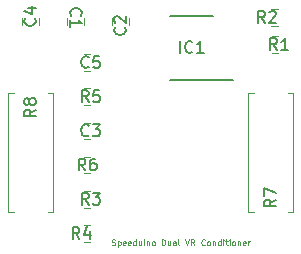
<source format=gbr>
%TF.GenerationSoftware,KiCad,Pcbnew,(5.1.6)-1*%
%TF.CreationDate,2020-07-16T10:06:32+01:00*%
%TF.ProjectId,Jag_Speedy_VRConditioner,4a61675f-5370-4656-9564-795f5652436f,rev?*%
%TF.SameCoordinates,Original*%
%TF.FileFunction,Legend,Top*%
%TF.FilePolarity,Positive*%
%FSLAX46Y46*%
G04 Gerber Fmt 4.6, Leading zero omitted, Abs format (unit mm)*
G04 Created by KiCad (PCBNEW (5.1.6)-1) date 2020-07-16 10:06:32*
%MOMM*%
%LPD*%
G01*
G04 APERTURE LIST*
%ADD10C,0.125000*%
%ADD11C,0.120000*%
%ADD12C,0.150000*%
G04 APERTURE END LIST*
D10*
X141498571Y-99262380D02*
X141570000Y-99286190D01*
X141689047Y-99286190D01*
X141736666Y-99262380D01*
X141760476Y-99238571D01*
X141784285Y-99190952D01*
X141784285Y-99143333D01*
X141760476Y-99095714D01*
X141736666Y-99071904D01*
X141689047Y-99048095D01*
X141593809Y-99024285D01*
X141546190Y-99000476D01*
X141522380Y-98976666D01*
X141498571Y-98929047D01*
X141498571Y-98881428D01*
X141522380Y-98833809D01*
X141546190Y-98810000D01*
X141593809Y-98786190D01*
X141712857Y-98786190D01*
X141784285Y-98810000D01*
X141998571Y-98952857D02*
X141998571Y-99452857D01*
X141998571Y-98976666D02*
X142046190Y-98952857D01*
X142141428Y-98952857D01*
X142189047Y-98976666D01*
X142212857Y-99000476D01*
X142236666Y-99048095D01*
X142236666Y-99190952D01*
X142212857Y-99238571D01*
X142189047Y-99262380D01*
X142141428Y-99286190D01*
X142046190Y-99286190D01*
X141998571Y-99262380D01*
X142641428Y-99262380D02*
X142593809Y-99286190D01*
X142498571Y-99286190D01*
X142450952Y-99262380D01*
X142427142Y-99214761D01*
X142427142Y-99024285D01*
X142450952Y-98976666D01*
X142498571Y-98952857D01*
X142593809Y-98952857D01*
X142641428Y-98976666D01*
X142665238Y-99024285D01*
X142665238Y-99071904D01*
X142427142Y-99119523D01*
X143070000Y-99262380D02*
X143022380Y-99286190D01*
X142927142Y-99286190D01*
X142879523Y-99262380D01*
X142855714Y-99214761D01*
X142855714Y-99024285D01*
X142879523Y-98976666D01*
X142927142Y-98952857D01*
X143022380Y-98952857D01*
X143070000Y-98976666D01*
X143093809Y-99024285D01*
X143093809Y-99071904D01*
X142855714Y-99119523D01*
X143522380Y-99286190D02*
X143522380Y-98786190D01*
X143522380Y-99262380D02*
X143474761Y-99286190D01*
X143379523Y-99286190D01*
X143331904Y-99262380D01*
X143308095Y-99238571D01*
X143284285Y-99190952D01*
X143284285Y-99048095D01*
X143308095Y-99000476D01*
X143331904Y-98976666D01*
X143379523Y-98952857D01*
X143474761Y-98952857D01*
X143522380Y-98976666D01*
X143974761Y-98952857D02*
X143974761Y-99286190D01*
X143760476Y-98952857D02*
X143760476Y-99214761D01*
X143784285Y-99262380D01*
X143831904Y-99286190D01*
X143903333Y-99286190D01*
X143950952Y-99262380D01*
X143974761Y-99238571D01*
X144212857Y-99286190D02*
X144212857Y-98952857D01*
X144212857Y-98786190D02*
X144189047Y-98810000D01*
X144212857Y-98833809D01*
X144236666Y-98810000D01*
X144212857Y-98786190D01*
X144212857Y-98833809D01*
X144450952Y-98952857D02*
X144450952Y-99286190D01*
X144450952Y-99000476D02*
X144474761Y-98976666D01*
X144522380Y-98952857D01*
X144593809Y-98952857D01*
X144641428Y-98976666D01*
X144665238Y-99024285D01*
X144665238Y-99286190D01*
X144974761Y-99286190D02*
X144927142Y-99262380D01*
X144903333Y-99238571D01*
X144879523Y-99190952D01*
X144879523Y-99048095D01*
X144903333Y-99000476D01*
X144927142Y-98976666D01*
X144974761Y-98952857D01*
X145046190Y-98952857D01*
X145093809Y-98976666D01*
X145117619Y-99000476D01*
X145141428Y-99048095D01*
X145141428Y-99190952D01*
X145117619Y-99238571D01*
X145093809Y-99262380D01*
X145046190Y-99286190D01*
X144974761Y-99286190D01*
X145736666Y-99286190D02*
X145736666Y-98786190D01*
X145855714Y-98786190D01*
X145927142Y-98810000D01*
X145974761Y-98857619D01*
X145998571Y-98905238D01*
X146022380Y-99000476D01*
X146022380Y-99071904D01*
X145998571Y-99167142D01*
X145974761Y-99214761D01*
X145927142Y-99262380D01*
X145855714Y-99286190D01*
X145736666Y-99286190D01*
X146450952Y-98952857D02*
X146450952Y-99286190D01*
X146236666Y-98952857D02*
X146236666Y-99214761D01*
X146260476Y-99262380D01*
X146308095Y-99286190D01*
X146379523Y-99286190D01*
X146427142Y-99262380D01*
X146450952Y-99238571D01*
X146903333Y-99286190D02*
X146903333Y-99024285D01*
X146879523Y-98976666D01*
X146831904Y-98952857D01*
X146736666Y-98952857D01*
X146689047Y-98976666D01*
X146903333Y-99262380D02*
X146855714Y-99286190D01*
X146736666Y-99286190D01*
X146689047Y-99262380D01*
X146665238Y-99214761D01*
X146665238Y-99167142D01*
X146689047Y-99119523D01*
X146736666Y-99095714D01*
X146855714Y-99095714D01*
X146903333Y-99071904D01*
X147212857Y-99286190D02*
X147165238Y-99262380D01*
X147141428Y-99214761D01*
X147141428Y-98786190D01*
X147712857Y-98786190D02*
X147879523Y-99286190D01*
X148046190Y-98786190D01*
X148498571Y-99286190D02*
X148331904Y-99048095D01*
X148212857Y-99286190D02*
X148212857Y-98786190D01*
X148403333Y-98786190D01*
X148450952Y-98810000D01*
X148474761Y-98833809D01*
X148498571Y-98881428D01*
X148498571Y-98952857D01*
X148474761Y-99000476D01*
X148450952Y-99024285D01*
X148403333Y-99048095D01*
X148212857Y-99048095D01*
X149379523Y-99238571D02*
X149355714Y-99262380D01*
X149284285Y-99286190D01*
X149236666Y-99286190D01*
X149165238Y-99262380D01*
X149117619Y-99214761D01*
X149093809Y-99167142D01*
X149070000Y-99071904D01*
X149070000Y-99000476D01*
X149093809Y-98905238D01*
X149117619Y-98857619D01*
X149165238Y-98810000D01*
X149236666Y-98786190D01*
X149284285Y-98786190D01*
X149355714Y-98810000D01*
X149379523Y-98833809D01*
X149665238Y-99286190D02*
X149617619Y-99262380D01*
X149593809Y-99238571D01*
X149570000Y-99190952D01*
X149570000Y-99048095D01*
X149593809Y-99000476D01*
X149617619Y-98976666D01*
X149665238Y-98952857D01*
X149736666Y-98952857D01*
X149784285Y-98976666D01*
X149808095Y-99000476D01*
X149831904Y-99048095D01*
X149831904Y-99190952D01*
X149808095Y-99238571D01*
X149784285Y-99262380D01*
X149736666Y-99286190D01*
X149665238Y-99286190D01*
X150046190Y-98952857D02*
X150046190Y-99286190D01*
X150046190Y-99000476D02*
X150070000Y-98976666D01*
X150117619Y-98952857D01*
X150189047Y-98952857D01*
X150236666Y-98976666D01*
X150260476Y-99024285D01*
X150260476Y-99286190D01*
X150712857Y-99286190D02*
X150712857Y-98786190D01*
X150712857Y-99262380D02*
X150665238Y-99286190D01*
X150570000Y-99286190D01*
X150522380Y-99262380D01*
X150498571Y-99238571D01*
X150474761Y-99190952D01*
X150474761Y-99048095D01*
X150498571Y-99000476D01*
X150522380Y-98976666D01*
X150570000Y-98952857D01*
X150665238Y-98952857D01*
X150712857Y-98976666D01*
X150950952Y-99286190D02*
X150950952Y-98952857D01*
X150950952Y-98786190D02*
X150927142Y-98810000D01*
X150950952Y-98833809D01*
X150974761Y-98810000D01*
X150950952Y-98786190D01*
X150950952Y-98833809D01*
X151117619Y-98952857D02*
X151308095Y-98952857D01*
X151189047Y-98786190D02*
X151189047Y-99214761D01*
X151212857Y-99262380D01*
X151260476Y-99286190D01*
X151308095Y-99286190D01*
X151474761Y-99286190D02*
X151474761Y-98952857D01*
X151474761Y-98786190D02*
X151450952Y-98810000D01*
X151474761Y-98833809D01*
X151498571Y-98810000D01*
X151474761Y-98786190D01*
X151474761Y-98833809D01*
X151784285Y-99286190D02*
X151736666Y-99262380D01*
X151712857Y-99238571D01*
X151689047Y-99190952D01*
X151689047Y-99048095D01*
X151712857Y-99000476D01*
X151736666Y-98976666D01*
X151784285Y-98952857D01*
X151855714Y-98952857D01*
X151903333Y-98976666D01*
X151927142Y-99000476D01*
X151950952Y-99048095D01*
X151950952Y-99190952D01*
X151927142Y-99238571D01*
X151903333Y-99262380D01*
X151855714Y-99286190D01*
X151784285Y-99286190D01*
X152165238Y-98952857D02*
X152165238Y-99286190D01*
X152165238Y-99000476D02*
X152189047Y-98976666D01*
X152236666Y-98952857D01*
X152308095Y-98952857D01*
X152355714Y-98976666D01*
X152379523Y-99024285D01*
X152379523Y-99286190D01*
X152808095Y-99262380D02*
X152760476Y-99286190D01*
X152665238Y-99286190D01*
X152617619Y-99262380D01*
X152593809Y-99214761D01*
X152593809Y-99024285D01*
X152617619Y-98976666D01*
X152665238Y-98952857D01*
X152760476Y-98952857D01*
X152808095Y-98976666D01*
X152831904Y-99024285D01*
X152831904Y-99071904D01*
X152593809Y-99119523D01*
X153046190Y-99286190D02*
X153046190Y-98952857D01*
X153046190Y-99048095D02*
X153070000Y-99000476D01*
X153093809Y-98976666D01*
X153141428Y-98952857D01*
X153189047Y-98952857D01*
D11*
%TO.C,R8*%
X132700000Y-96510000D02*
X133180000Y-96510000D01*
X132700000Y-86370000D02*
X132700000Y-96510000D01*
X133180000Y-86370000D02*
X132700000Y-86370000D01*
X136540000Y-96510000D02*
X136060000Y-96510000D01*
X136540000Y-86370000D02*
X136540000Y-96510000D01*
X136060000Y-86370000D02*
X136540000Y-86370000D01*
%TO.C,R7*%
X156860000Y-86370000D02*
X156380000Y-86370000D01*
X156860000Y-96510000D02*
X156860000Y-86370000D01*
X156380000Y-96510000D02*
X156860000Y-96510000D01*
X153020000Y-86370000D02*
X153500000Y-86370000D01*
X153020000Y-96510000D02*
X153020000Y-86370000D01*
X153500000Y-96510000D02*
X153020000Y-96510000D01*
D12*
%TO.C,IC1*%
X151774000Y-85275000D02*
X146390400Y-85275000D01*
X150103300Y-79875000D02*
X146394700Y-79875000D01*
D11*
%TO.C,C1*%
X139140000Y-80601078D02*
X139140000Y-80083922D01*
X137720000Y-80601078D02*
X137720000Y-80083922D01*
%TO.C,R6*%
X139626078Y-91792000D02*
X139108922Y-91792000D01*
X139626078Y-93212000D02*
X139108922Y-93212000D01*
%TO.C,R2*%
X155013922Y-80720000D02*
X155531078Y-80720000D01*
X155013922Y-79300000D02*
X155531078Y-79300000D01*
%TO.C,C5*%
X139626078Y-83110000D02*
X139108922Y-83110000D01*
X139626078Y-84530000D02*
X139108922Y-84530000D01*
%TO.C,C2*%
X142950000Y-80601078D02*
X142950000Y-80083922D01*
X141530000Y-80601078D02*
X141530000Y-80083922D01*
%TO.C,R5*%
X139626078Y-86004000D02*
X139108922Y-86004000D01*
X139626078Y-87424000D02*
X139108922Y-87424000D01*
%TO.C,R4*%
X139108922Y-97580000D02*
X139626078Y-97580000D01*
X139108922Y-99000000D02*
X139626078Y-99000000D01*
%TO.C,R3*%
X139626078Y-94686000D02*
X139108922Y-94686000D01*
X139626078Y-96106000D02*
X139108922Y-96106000D01*
%TO.C,R1*%
X155051422Y-83010000D02*
X155568578Y-83010000D01*
X155051422Y-81590000D02*
X155568578Y-81590000D01*
%TO.C,C4*%
X135330000Y-80601078D02*
X135330000Y-80083922D01*
X133910000Y-80601078D02*
X133910000Y-80083922D01*
%TO.C,C3*%
X139626078Y-88898000D02*
X139108922Y-88898000D01*
X139626078Y-90318000D02*
X139108922Y-90318000D01*
%TO.C,R8*%
D12*
X135072380Y-87796666D02*
X134596190Y-88130000D01*
X135072380Y-88368095D02*
X134072380Y-88368095D01*
X134072380Y-87987142D01*
X134120000Y-87891904D01*
X134167619Y-87844285D01*
X134262857Y-87796666D01*
X134405714Y-87796666D01*
X134500952Y-87844285D01*
X134548571Y-87891904D01*
X134596190Y-87987142D01*
X134596190Y-88368095D01*
X134500952Y-87225238D02*
X134453333Y-87320476D01*
X134405714Y-87368095D01*
X134310476Y-87415714D01*
X134262857Y-87415714D01*
X134167619Y-87368095D01*
X134120000Y-87320476D01*
X134072380Y-87225238D01*
X134072380Y-87034761D01*
X134120000Y-86939523D01*
X134167619Y-86891904D01*
X134262857Y-86844285D01*
X134310476Y-86844285D01*
X134405714Y-86891904D01*
X134453333Y-86939523D01*
X134500952Y-87034761D01*
X134500952Y-87225238D01*
X134548571Y-87320476D01*
X134596190Y-87368095D01*
X134691428Y-87415714D01*
X134881904Y-87415714D01*
X134977142Y-87368095D01*
X135024761Y-87320476D01*
X135072380Y-87225238D01*
X135072380Y-87034761D01*
X135024761Y-86939523D01*
X134977142Y-86891904D01*
X134881904Y-86844285D01*
X134691428Y-86844285D01*
X134596190Y-86891904D01*
X134548571Y-86939523D01*
X134500952Y-87034761D01*
%TO.C,R7*%
X155392380Y-95416666D02*
X154916190Y-95750000D01*
X155392380Y-95988095D02*
X154392380Y-95988095D01*
X154392380Y-95607142D01*
X154440000Y-95511904D01*
X154487619Y-95464285D01*
X154582857Y-95416666D01*
X154725714Y-95416666D01*
X154820952Y-95464285D01*
X154868571Y-95511904D01*
X154916190Y-95607142D01*
X154916190Y-95988095D01*
X154392380Y-95083333D02*
X154392380Y-94416666D01*
X155392380Y-94845238D01*
%TO.C,IC1*%
X147272809Y-83002380D02*
X147272809Y-82002380D01*
X148320428Y-82907142D02*
X148272809Y-82954761D01*
X148129952Y-83002380D01*
X148034714Y-83002380D01*
X147891857Y-82954761D01*
X147796619Y-82859523D01*
X147749000Y-82764285D01*
X147701380Y-82573809D01*
X147701380Y-82430952D01*
X147749000Y-82240476D01*
X147796619Y-82145238D01*
X147891857Y-82050000D01*
X148034714Y-82002380D01*
X148129952Y-82002380D01*
X148272809Y-82050000D01*
X148320428Y-82097619D01*
X149272809Y-83002380D02*
X148701380Y-83002380D01*
X148987095Y-83002380D02*
X148987095Y-82002380D01*
X148891857Y-82145238D01*
X148796619Y-82240476D01*
X148701380Y-82288095D01*
%TO.C,C1*%
X138072857Y-79843333D02*
X138025238Y-79795714D01*
X137977619Y-79652857D01*
X137977619Y-79557619D01*
X138025238Y-79414761D01*
X138120476Y-79319523D01*
X138215714Y-79271904D01*
X138406190Y-79224285D01*
X138549047Y-79224285D01*
X138739523Y-79271904D01*
X138834761Y-79319523D01*
X138930000Y-79414761D01*
X138977619Y-79557619D01*
X138977619Y-79652857D01*
X138930000Y-79795714D01*
X138882380Y-79843333D01*
X137977619Y-80795714D02*
X137977619Y-80224285D01*
X137977619Y-80510000D02*
X138977619Y-80510000D01*
X138834761Y-80414761D01*
X138739523Y-80319523D01*
X138691904Y-80224285D01*
%TO.C,R6*%
X139254583Y-92954380D02*
X138921250Y-92478190D01*
X138683154Y-92954380D02*
X138683154Y-91954380D01*
X139064107Y-91954380D01*
X139159345Y-92002000D01*
X139206964Y-92049619D01*
X139254583Y-92144857D01*
X139254583Y-92287714D01*
X139206964Y-92382952D01*
X139159345Y-92430571D01*
X139064107Y-92478190D01*
X138683154Y-92478190D01*
X140111726Y-91954380D02*
X139921250Y-91954380D01*
X139826011Y-92002000D01*
X139778392Y-92049619D01*
X139683154Y-92192476D01*
X139635535Y-92382952D01*
X139635535Y-92763904D01*
X139683154Y-92859142D01*
X139730773Y-92906761D01*
X139826011Y-92954380D01*
X140016488Y-92954380D01*
X140111726Y-92906761D01*
X140159345Y-92859142D01*
X140206964Y-92763904D01*
X140206964Y-92525809D01*
X140159345Y-92430571D01*
X140111726Y-92382952D01*
X140016488Y-92335333D01*
X139826011Y-92335333D01*
X139730773Y-92382952D01*
X139683154Y-92430571D01*
X139635535Y-92525809D01*
%TO.C,R2*%
X154452023Y-80462380D02*
X154118690Y-79986190D01*
X153880594Y-80462380D02*
X153880594Y-79462380D01*
X154261547Y-79462380D01*
X154356785Y-79510000D01*
X154404404Y-79557619D01*
X154452023Y-79652857D01*
X154452023Y-79795714D01*
X154404404Y-79890952D01*
X154356785Y-79938571D01*
X154261547Y-79986190D01*
X153880594Y-79986190D01*
X154832975Y-79557619D02*
X154880594Y-79510000D01*
X154975832Y-79462380D01*
X155213928Y-79462380D01*
X155309166Y-79510000D01*
X155356785Y-79557619D01*
X155404404Y-79652857D01*
X155404404Y-79748095D01*
X155356785Y-79890952D01*
X154785356Y-80462380D01*
X155404404Y-80462380D01*
%TO.C,C5*%
X139533333Y-84177142D02*
X139485714Y-84224761D01*
X139342857Y-84272380D01*
X139247619Y-84272380D01*
X139104761Y-84224761D01*
X139009523Y-84129523D01*
X138961904Y-84034285D01*
X138914285Y-83843809D01*
X138914285Y-83700952D01*
X138961904Y-83510476D01*
X139009523Y-83415238D01*
X139104761Y-83320000D01*
X139247619Y-83272380D01*
X139342857Y-83272380D01*
X139485714Y-83320000D01*
X139533333Y-83367619D01*
X140438095Y-83272380D02*
X139961904Y-83272380D01*
X139914285Y-83748571D01*
X139961904Y-83700952D01*
X140057142Y-83653333D01*
X140295238Y-83653333D01*
X140390476Y-83700952D01*
X140438095Y-83748571D01*
X140485714Y-83843809D01*
X140485714Y-84081904D01*
X140438095Y-84177142D01*
X140390476Y-84224761D01*
X140295238Y-84272380D01*
X140057142Y-84272380D01*
X139961904Y-84224761D01*
X139914285Y-84177142D01*
%TO.C,C2*%
X142597142Y-80841666D02*
X142644761Y-80889285D01*
X142692380Y-81032142D01*
X142692380Y-81127380D01*
X142644761Y-81270238D01*
X142549523Y-81365476D01*
X142454285Y-81413095D01*
X142263809Y-81460714D01*
X142120952Y-81460714D01*
X141930476Y-81413095D01*
X141835238Y-81365476D01*
X141740000Y-81270238D01*
X141692380Y-81127380D01*
X141692380Y-81032142D01*
X141740000Y-80889285D01*
X141787619Y-80841666D01*
X141787619Y-80460714D02*
X141740000Y-80413095D01*
X141692380Y-80317857D01*
X141692380Y-80079761D01*
X141740000Y-79984523D01*
X141787619Y-79936904D01*
X141882857Y-79889285D01*
X141978095Y-79889285D01*
X142120952Y-79936904D01*
X142692380Y-80508333D01*
X142692380Y-79889285D01*
%TO.C,R5*%
X139533333Y-87166380D02*
X139200000Y-86690190D01*
X138961904Y-87166380D02*
X138961904Y-86166380D01*
X139342857Y-86166380D01*
X139438095Y-86214000D01*
X139485714Y-86261619D01*
X139533333Y-86356857D01*
X139533333Y-86499714D01*
X139485714Y-86594952D01*
X139438095Y-86642571D01*
X139342857Y-86690190D01*
X138961904Y-86690190D01*
X140438095Y-86166380D02*
X139961904Y-86166380D01*
X139914285Y-86642571D01*
X139961904Y-86594952D01*
X140057142Y-86547333D01*
X140295238Y-86547333D01*
X140390476Y-86594952D01*
X140438095Y-86642571D01*
X140485714Y-86737809D01*
X140485714Y-86975904D01*
X140438095Y-87071142D01*
X140390476Y-87118761D01*
X140295238Y-87166380D01*
X140057142Y-87166380D01*
X139961904Y-87118761D01*
X139914285Y-87071142D01*
%TO.C,R4*%
X138760833Y-98742380D02*
X138427500Y-98266190D01*
X138189404Y-98742380D02*
X138189404Y-97742380D01*
X138570357Y-97742380D01*
X138665595Y-97790000D01*
X138713214Y-97837619D01*
X138760833Y-97932857D01*
X138760833Y-98075714D01*
X138713214Y-98170952D01*
X138665595Y-98218571D01*
X138570357Y-98266190D01*
X138189404Y-98266190D01*
X139617976Y-98075714D02*
X139617976Y-98742380D01*
X139379880Y-97694761D02*
X139141785Y-98409047D01*
X139760833Y-98409047D01*
%TO.C,R3*%
X139533333Y-95848380D02*
X139200000Y-95372190D01*
X138961904Y-95848380D02*
X138961904Y-94848380D01*
X139342857Y-94848380D01*
X139438095Y-94896000D01*
X139485714Y-94943619D01*
X139533333Y-95038857D01*
X139533333Y-95181714D01*
X139485714Y-95276952D01*
X139438095Y-95324571D01*
X139342857Y-95372190D01*
X138961904Y-95372190D01*
X139866666Y-94848380D02*
X140485714Y-94848380D01*
X140152380Y-95229333D01*
X140295238Y-95229333D01*
X140390476Y-95276952D01*
X140438095Y-95324571D01*
X140485714Y-95419809D01*
X140485714Y-95657904D01*
X140438095Y-95753142D01*
X140390476Y-95800761D01*
X140295238Y-95848380D01*
X140009523Y-95848380D01*
X139914285Y-95800761D01*
X139866666Y-95753142D01*
%TO.C,R1*%
X155475833Y-82752380D02*
X155142500Y-82276190D01*
X154904404Y-82752380D02*
X154904404Y-81752380D01*
X155285357Y-81752380D01*
X155380595Y-81800000D01*
X155428214Y-81847619D01*
X155475833Y-81942857D01*
X155475833Y-82085714D01*
X155428214Y-82180952D01*
X155380595Y-82228571D01*
X155285357Y-82276190D01*
X154904404Y-82276190D01*
X156428214Y-82752380D02*
X155856785Y-82752380D01*
X156142500Y-82752380D02*
X156142500Y-81752380D01*
X156047261Y-81895238D01*
X155952023Y-81990476D01*
X155856785Y-82038095D01*
%TO.C,C4*%
X134977142Y-80069166D02*
X135024761Y-80116785D01*
X135072380Y-80259642D01*
X135072380Y-80354880D01*
X135024761Y-80497738D01*
X134929523Y-80592976D01*
X134834285Y-80640595D01*
X134643809Y-80688214D01*
X134500952Y-80688214D01*
X134310476Y-80640595D01*
X134215238Y-80592976D01*
X134120000Y-80497738D01*
X134072380Y-80354880D01*
X134072380Y-80259642D01*
X134120000Y-80116785D01*
X134167619Y-80069166D01*
X134405714Y-79212023D02*
X135072380Y-79212023D01*
X134024761Y-79450119D02*
X134739047Y-79688214D01*
X134739047Y-79069166D01*
%TO.C,C3*%
X139533333Y-89965142D02*
X139485714Y-90012761D01*
X139342857Y-90060380D01*
X139247619Y-90060380D01*
X139104761Y-90012761D01*
X139009523Y-89917523D01*
X138961904Y-89822285D01*
X138914285Y-89631809D01*
X138914285Y-89488952D01*
X138961904Y-89298476D01*
X139009523Y-89203238D01*
X139104761Y-89108000D01*
X139247619Y-89060380D01*
X139342857Y-89060380D01*
X139485714Y-89108000D01*
X139533333Y-89155619D01*
X139866666Y-89060380D02*
X140485714Y-89060380D01*
X140152380Y-89441333D01*
X140295238Y-89441333D01*
X140390476Y-89488952D01*
X140438095Y-89536571D01*
X140485714Y-89631809D01*
X140485714Y-89869904D01*
X140438095Y-89965142D01*
X140390476Y-90012761D01*
X140295238Y-90060380D01*
X140009523Y-90060380D01*
X139914285Y-90012761D01*
X139866666Y-89965142D01*
%TD*%
M02*

</source>
